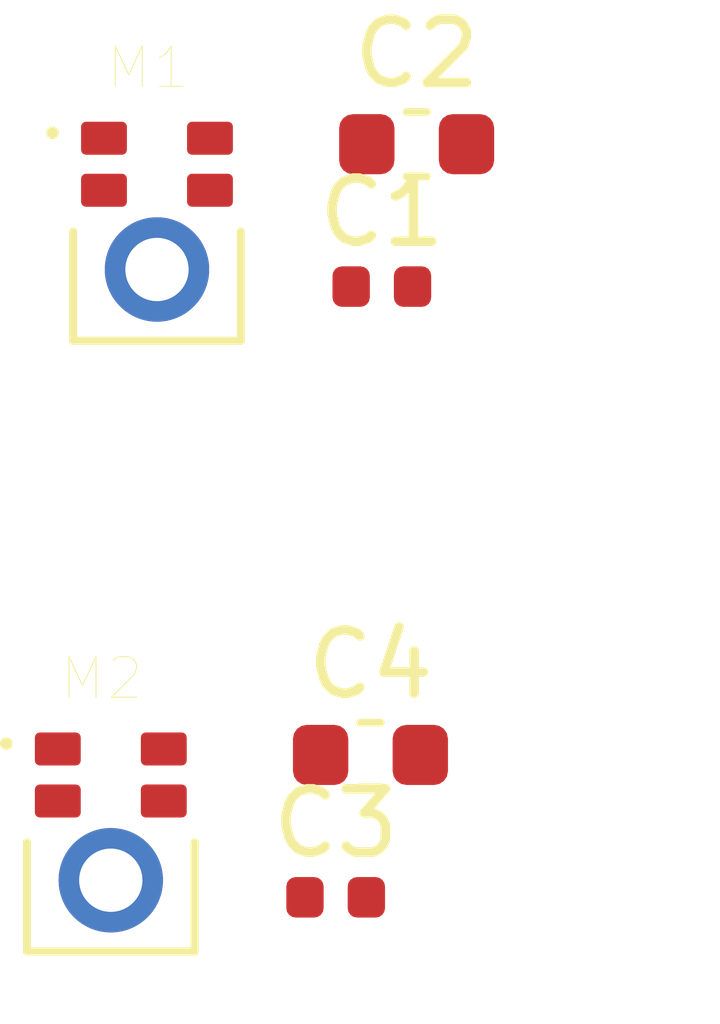
<source format=kicad_pcb>
(kicad_pcb (version 20171130) (host pcbnew 5.1.4+dfsg1-1)

  (general
    (thickness 1.6)
    (drawings 0)
    (tracks 0)
    (zones 0)
    (modules 6)
    (nets 3)
  )

  (page A4)
  (layers
    (0 F.Cu signal)
    (31 B.Cu signal)
    (32 B.Adhes user)
    (33 F.Adhes user)
    (34 B.Paste user)
    (35 F.Paste user)
    (36 B.SilkS user)
    (37 F.SilkS user)
    (38 B.Mask user)
    (39 F.Mask user)
    (40 Dwgs.User user)
    (41 Cmts.User user)
    (42 Eco1.User user)
    (43 Eco2.User user)
    (44 Edge.Cuts user)
    (45 Margin user)
    (46 B.CrtYd user)
    (47 F.CrtYd user)
    (48 B.Fab user)
    (49 F.Fab user)
  )

  (setup
    (last_trace_width 0.25)
    (trace_clearance 0.2)
    (zone_clearance 0.508)
    (zone_45_only no)
    (trace_min 0.2)
    (via_size 0.8)
    (via_drill 0.4)
    (via_min_size 0.4)
    (via_min_drill 0.3)
    (uvia_size 0.3)
    (uvia_drill 0.1)
    (uvias_allowed no)
    (uvia_min_size 0.2)
    (uvia_min_drill 0.1)
    (edge_width 0.05)
    (segment_width 0.2)
    (pcb_text_width 0.3)
    (pcb_text_size 1.5 1.5)
    (mod_edge_width 0.12)
    (mod_text_size 1 1)
    (mod_text_width 0.15)
    (pad_size 1.524 1.524)
    (pad_drill 0.762)
    (pad_to_mask_clearance 0.051)
    (solder_mask_min_width 0.25)
    (aux_axis_origin 0 0)
    (visible_elements FFFFFF7F)
    (pcbplotparams
      (layerselection 0x010fc_ffffffff)
      (usegerberextensions false)
      (usegerberattributes false)
      (usegerberadvancedattributes false)
      (creategerberjobfile false)
      (excludeedgelayer true)
      (linewidth 0.100000)
      (plotframeref false)
      (viasonmask false)
      (mode 1)
      (useauxorigin false)
      (hpglpennumber 1)
      (hpglpenspeed 20)
      (hpglpendiameter 15.000000)
      (psnegative false)
      (psa4output false)
      (plotreference true)
      (plotvalue true)
      (plotinvisibletext false)
      (padsonsilk false)
      (subtractmaskfromsilk false)
      (outputformat 1)
      (mirror false)
      (drillshape 1)
      (scaleselection 1)
      (outputdirectory ""))
  )

  (net 0 "")
  (net 1 GND)
  (net 2 VDD)

  (net_class Default "This is the default net class."
    (clearance 0.2)
    (trace_width 0.25)
    (via_dia 0.8)
    (via_drill 0.4)
    (uvia_dia 0.3)
    (uvia_drill 0.1)
    (add_net GND)
    (add_net "Net-(M1-Pad1)")
    (add_net "Net-(M1-Pad2)")
    (add_net "Net-(M1-Pad4)")
    (add_net "Net-(M2-Pad1)")
    (add_net "Net-(M2-Pad2)")
    (add_net "Net-(M2-Pad4)")
    (add_net VDD)
  )

  (module mics:MIC_SPH0641LU4H-1 (layer F.Cu) (tedit 5E67A8B4) (tstamp 5E8EA39D)
    (at 97.536 105.48)
    (path /5E8EDF70)
    (fp_text reference M2 (at -0.14204 -3.18811) (layer F.SilkS)
      (effects (font (size 0.64 0.64) (thickness 0.015)))
    )
    (fp_text value SPH0641LU4H-1 (at 4.83548 1.73759) (layer F.Fab)
      (effects (font (size 0.64 0.64) (thickness 0.015)))
    )
    (fp_poly (pts (xy 0.53 -0.375) (xy 0.435 -0.28) (xy 0.46 -0.23) (xy 0.485 -0.175)
      (xy 0.5 -0.12) (xy 0.51 -0.06) (xy 0.513603 0) (xy 0.5 0.12)
      (xy 0.461537 0.224609) (xy 0.426172 0.282666) (xy 0.525 0.385) (xy 0.64 0.5)
      (xy 0.7 0.41) (xy 0.75 0.31) (xy 0.78 0.23) (xy 0.8 0.14)
      (xy 0.81 0) (xy 0.796203 -0.160191) (xy 0.75 -0.31) (xy 0.7 -0.415)
      (xy 0.645309 -0.489766)) (layer F.Paste) (width 0.001))
    (fp_poly (pts (xy 0.385 0.53) (xy 0.28 0.425) (xy 0.23 0.46) (xy 0.12 0.5)
      (xy 0 0.513603) (xy -0.12 0.5) (xy -0.224609 0.461537) (xy -0.282666 0.421172)
      (xy -0.38 0.52) (xy -0.5 0.64) (xy -0.405 0.705) (xy -0.31 0.75)
      (xy -0.23 0.78) (xy -0.14 0.8) (xy -0.06 0.81) (xy 0 0.81)
      (xy 0.065 0.81) (xy 0.160191 0.796203) (xy 0.235 0.78) (xy 0.31 0.75)
      (xy 0.405 0.705) (xy 0.499766 0.640309)) (layer F.Paste) (width 0.001))
    (fp_poly (pts (xy -0.53 0.38) (xy -0.425 0.28) (xy -0.46 0.23) (xy -0.5 0.12)
      (xy -0.513603 0) (xy -0.5 -0.12) (xy -0.461537 -0.224609) (xy -0.426172 -0.287666)
      (xy -0.525 -0.385) (xy -0.64 -0.5) (xy -0.705 -0.405) (xy -0.75 -0.31)
      (xy -0.78 -0.22) (xy -0.8 -0.14) (xy -0.81 0) (xy -0.796203 0.160191)
      (xy -0.75 0.31) (xy -0.69 0.425) (xy -0.645309 0.494766)) (layer F.Paste) (width 0.001))
    (fp_poly (pts (xy -0.385 -0.53) (xy -0.285 -0.43) (xy -0.23 -0.465) (xy -0.12 -0.505)
      (xy -0.12 -0.51) (xy -0.11 -0.505) (xy -0.005 -0.52) (xy 0.005 -0.523603)
      (xy 0.005 -0.52) (xy 0.125 -0.505) (xy 0.224609 -0.461537) (xy 0.292666 -0.426172)
      (xy 0.39 -0.525) (xy 0.505 -0.635) (xy 0.41 -0.7) (xy 0.31 -0.75)
      (xy 0.22 -0.78) (xy 0.14 -0.8) (xy 0 -0.81) (xy -0.160191 -0.796203)
      (xy -0.31 -0.75) (xy -0.4 -0.705) (xy -0.499766 -0.640309)) (layer F.Paste) (width 0.001))
    (fp_circle (center -1.651 -2.159) (end -1.601 -2.159) (layer F.Fab) (width 0.1))
    (fp_line (start -1.575 1.29) (end -1.575 -2.71) (layer F.CrtYd) (width 0.05))
    (fp_line (start 1.575 1.29) (end -1.575 1.29) (layer F.CrtYd) (width 0.05))
    (fp_line (start 1.575 -2.71) (end 1.575 1.29) (layer F.CrtYd) (width 0.05))
    (fp_line (start -1.575 -2.71) (end 1.575 -2.71) (layer F.CrtYd) (width 0.05))
    (fp_circle (center -1.651 -2.159) (end -1.601 -2.159) (layer F.SilkS) (width 0.1))
    (fp_line (start -1.325 1.04) (end -1.325 -2.46) (layer F.Fab) (width 0.127))
    (fp_line (start 1.325 1.04) (end -1.325 1.04) (layer F.Fab) (width 0.127))
    (fp_line (start 1.325 -2.46) (end 1.325 1.04) (layer F.Fab) (width 0.127))
    (fp_line (start -1.325 -2.46) (end 1.325 -2.46) (layer F.Fab) (width 0.127))
    (fp_line (start -1.325 1.126) (end -1.325 -0.6) (layer F.SilkS) (width 0.127))
    (fp_line (start 1.325 1.126) (end -1.325 1.126) (layer F.SilkS) (width 0.127))
    (fp_line (start 1.325 -0.6) (end 1.325 1.126) (layer F.SilkS) (width 0.127))
    (pad 3 thru_hole circle (at 0 0) (size 1.65 1.65) (drill 1) (layers *.Mask F.Cu)
      (net 1 GND))
    (pad 4 smd roundrect (at 0.8375 -1.252) (size 0.725 0.522) (layers F.Cu F.Paste F.Mask) (roundrect_rratio 0.15)
      (solder_mask_margin 0.01) (solder_paste_margin -0.01) (clearance 0.15))
    (pad 5 smd roundrect (at 0.8375 -2.074) (size 0.725 0.522) (layers F.Cu F.Paste F.Mask) (roundrect_rratio 0.15)
      (net 2 VDD) (solder_mask_margin 0.01) (solder_paste_margin -0.01) (clearance 0.15))
    (pad 2 smd roundrect (at -0.8375 -1.252) (size 0.725 0.522) (layers F.Cu F.Paste F.Mask) (roundrect_rratio 0.15)
      (solder_mask_margin 0.01) (solder_paste_margin -0.01) (clearance 0.15))
    (pad 1 smd roundrect (at -0.8375 -2.074) (size 0.725 0.522) (layers F.Cu F.Paste F.Mask) (roundrect_rratio 0.15)
      (solder_mask_margin 0.01) (solder_paste_margin 0.01) (clearance 0.15))
  )

  (module Capacitor_SMD:C_0603_1608Metric (layer F.Cu) (tedit 5B301BBE) (tstamp 5E8EA351)
    (at 101.64 103.5)
    (descr "Capacitor SMD 0603 (1608 Metric), square (rectangular) end terminal, IPC_7351 nominal, (Body size source: http://www.tortai-tech.com/upload/download/2011102023233369053.pdf), generated with kicad-footprint-generator")
    (tags capacitor)
    (path /5E8EDF7A)
    (attr smd)
    (fp_text reference C4 (at 0 -1.43) (layer F.SilkS)
      (effects (font (size 1 1) (thickness 0.15)))
    )
    (fp_text value 10uF (at 0 1.43) (layer F.Fab)
      (effects (font (size 1 1) (thickness 0.15)))
    )
    (fp_text user %R (at 0 0) (layer F.Fab)
      (effects (font (size 0.4 0.4) (thickness 0.06)))
    )
    (fp_line (start 1.48 0.73) (end -1.48 0.73) (layer F.CrtYd) (width 0.05))
    (fp_line (start 1.48 -0.73) (end 1.48 0.73) (layer F.CrtYd) (width 0.05))
    (fp_line (start -1.48 -0.73) (end 1.48 -0.73) (layer F.CrtYd) (width 0.05))
    (fp_line (start -1.48 0.73) (end -1.48 -0.73) (layer F.CrtYd) (width 0.05))
    (fp_line (start -0.162779 0.51) (end 0.162779 0.51) (layer F.SilkS) (width 0.12))
    (fp_line (start -0.162779 -0.51) (end 0.162779 -0.51) (layer F.SilkS) (width 0.12))
    (fp_line (start 0.8 0.4) (end -0.8 0.4) (layer F.Fab) (width 0.1))
    (fp_line (start 0.8 -0.4) (end 0.8 0.4) (layer F.Fab) (width 0.1))
    (fp_line (start -0.8 -0.4) (end 0.8 -0.4) (layer F.Fab) (width 0.1))
    (fp_line (start -0.8 0.4) (end -0.8 -0.4) (layer F.Fab) (width 0.1))
    (pad 2 smd roundrect (at 0.7875 0) (size 0.875 0.95) (layers F.Cu F.Paste F.Mask) (roundrect_rratio 0.25)
      (net 1 GND))
    (pad 1 smd roundrect (at -0.7875 0) (size 0.875 0.95) (layers F.Cu F.Paste F.Mask) (roundrect_rratio 0.25)
      (net 2 VDD))
    (model ${KISYS3DMOD}/Capacitor_SMD.3dshapes/C_0603_1608Metric.wrl
      (at (xyz 0 0 0))
      (scale (xyz 1 1 1))
      (rotate (xyz 0 0 0))
    )
  )

  (module Capacitor_SMD:C_0402_1005Metric (layer F.Cu) (tedit 5B301BBE) (tstamp 5E8EA340)
    (at 101.09 105.75)
    (descr "Capacitor SMD 0402 (1005 Metric), square (rectangular) end terminal, IPC_7351 nominal, (Body size source: http://www.tortai-tech.com/upload/download/2011102023233369053.pdf), generated with kicad-footprint-generator")
    (tags capacitor)
    (path /5E8EDF84)
    (attr smd)
    (fp_text reference C3 (at 0 -1.17) (layer F.SilkS)
      (effects (font (size 1 1) (thickness 0.15)))
    )
    (fp_text value 100nF (at 0 1.17) (layer F.Fab)
      (effects (font (size 1 1) (thickness 0.15)))
    )
    (fp_text user %R (at 0 0) (layer F.Fab)
      (effects (font (size 0.25 0.25) (thickness 0.04)))
    )
    (fp_line (start 0.93 0.47) (end -0.93 0.47) (layer F.CrtYd) (width 0.05))
    (fp_line (start 0.93 -0.47) (end 0.93 0.47) (layer F.CrtYd) (width 0.05))
    (fp_line (start -0.93 -0.47) (end 0.93 -0.47) (layer F.CrtYd) (width 0.05))
    (fp_line (start -0.93 0.47) (end -0.93 -0.47) (layer F.CrtYd) (width 0.05))
    (fp_line (start 0.5 0.25) (end -0.5 0.25) (layer F.Fab) (width 0.1))
    (fp_line (start 0.5 -0.25) (end 0.5 0.25) (layer F.Fab) (width 0.1))
    (fp_line (start -0.5 -0.25) (end 0.5 -0.25) (layer F.Fab) (width 0.1))
    (fp_line (start -0.5 0.25) (end -0.5 -0.25) (layer F.Fab) (width 0.1))
    (pad 2 smd roundrect (at 0.485 0) (size 0.59 0.64) (layers F.Cu F.Paste F.Mask) (roundrect_rratio 0.25)
      (net 1 GND))
    (pad 1 smd roundrect (at -0.485 0) (size 0.59 0.64) (layers F.Cu F.Paste F.Mask) (roundrect_rratio 0.25)
      (net 2 VDD))
    (model ${KISYS3DMOD}/Capacitor_SMD.3dshapes/C_0402_1005Metric.wrl
      (at (xyz 0 0 0))
      (scale (xyz 1 1 1))
      (rotate (xyz 0 0 0))
    )
  )

  (module mics:MIC_SPH0641LU4H-1 (layer F.Cu) (tedit 5E67A8B4) (tstamp 5E8EA219)
    (at 98.266 95.83)
    (path /5E8E98E3)
    (fp_text reference M1 (at -0.14204 -3.18811) (layer F.SilkS)
      (effects (font (size 0.64 0.64) (thickness 0.015)))
    )
    (fp_text value SPH0641LU4H-1 (at 4.83548 1.73759) (layer F.Fab)
      (effects (font (size 0.64 0.64) (thickness 0.015)))
    )
    (fp_poly (pts (xy 0.53 -0.375) (xy 0.435 -0.28) (xy 0.46 -0.23) (xy 0.485 -0.175)
      (xy 0.5 -0.12) (xy 0.51 -0.06) (xy 0.513603 0) (xy 0.5 0.12)
      (xy 0.461537 0.224609) (xy 0.426172 0.282666) (xy 0.525 0.385) (xy 0.64 0.5)
      (xy 0.7 0.41) (xy 0.75 0.31) (xy 0.78 0.23) (xy 0.8 0.14)
      (xy 0.81 0) (xy 0.796203 -0.160191) (xy 0.75 -0.31) (xy 0.7 -0.415)
      (xy 0.645309 -0.489766)) (layer F.Paste) (width 0.001))
    (fp_poly (pts (xy 0.385 0.53) (xy 0.28 0.425) (xy 0.23 0.46) (xy 0.12 0.5)
      (xy 0 0.513603) (xy -0.12 0.5) (xy -0.224609 0.461537) (xy -0.282666 0.421172)
      (xy -0.38 0.52) (xy -0.5 0.64) (xy -0.405 0.705) (xy -0.31 0.75)
      (xy -0.23 0.78) (xy -0.14 0.8) (xy -0.06 0.81) (xy 0 0.81)
      (xy 0.065 0.81) (xy 0.160191 0.796203) (xy 0.235 0.78) (xy 0.31 0.75)
      (xy 0.405 0.705) (xy 0.499766 0.640309)) (layer F.Paste) (width 0.001))
    (fp_poly (pts (xy -0.53 0.38) (xy -0.425 0.28) (xy -0.46 0.23) (xy -0.5 0.12)
      (xy -0.513603 0) (xy -0.5 -0.12) (xy -0.461537 -0.224609) (xy -0.426172 -0.287666)
      (xy -0.525 -0.385) (xy -0.64 -0.5) (xy -0.705 -0.405) (xy -0.75 -0.31)
      (xy -0.78 -0.22) (xy -0.8 -0.14) (xy -0.81 0) (xy -0.796203 0.160191)
      (xy -0.75 0.31) (xy -0.69 0.425) (xy -0.645309 0.494766)) (layer F.Paste) (width 0.001))
    (fp_poly (pts (xy -0.385 -0.53) (xy -0.285 -0.43) (xy -0.23 -0.465) (xy -0.12 -0.505)
      (xy -0.12 -0.51) (xy -0.11 -0.505) (xy -0.005 -0.52) (xy 0.005 -0.523603)
      (xy 0.005 -0.52) (xy 0.125 -0.505) (xy 0.224609 -0.461537) (xy 0.292666 -0.426172)
      (xy 0.39 -0.525) (xy 0.505 -0.635) (xy 0.41 -0.7) (xy 0.31 -0.75)
      (xy 0.22 -0.78) (xy 0.14 -0.8) (xy 0 -0.81) (xy -0.160191 -0.796203)
      (xy -0.31 -0.75) (xy -0.4 -0.705) (xy -0.499766 -0.640309)) (layer F.Paste) (width 0.001))
    (fp_circle (center -1.651 -2.159) (end -1.601 -2.159) (layer F.Fab) (width 0.1))
    (fp_line (start -1.575 1.29) (end -1.575 -2.71) (layer F.CrtYd) (width 0.05))
    (fp_line (start 1.575 1.29) (end -1.575 1.29) (layer F.CrtYd) (width 0.05))
    (fp_line (start 1.575 -2.71) (end 1.575 1.29) (layer F.CrtYd) (width 0.05))
    (fp_line (start -1.575 -2.71) (end 1.575 -2.71) (layer F.CrtYd) (width 0.05))
    (fp_circle (center -1.651 -2.159) (end -1.601 -2.159) (layer F.SilkS) (width 0.1))
    (fp_line (start -1.325 1.04) (end -1.325 -2.46) (layer F.Fab) (width 0.127))
    (fp_line (start 1.325 1.04) (end -1.325 1.04) (layer F.Fab) (width 0.127))
    (fp_line (start 1.325 -2.46) (end 1.325 1.04) (layer F.Fab) (width 0.127))
    (fp_line (start -1.325 -2.46) (end 1.325 -2.46) (layer F.Fab) (width 0.127))
    (fp_line (start -1.325 1.126) (end -1.325 -0.6) (layer F.SilkS) (width 0.127))
    (fp_line (start 1.325 1.126) (end -1.325 1.126) (layer F.SilkS) (width 0.127))
    (fp_line (start 1.325 -0.6) (end 1.325 1.126) (layer F.SilkS) (width 0.127))
    (pad 3 thru_hole circle (at 0 0) (size 1.65 1.65) (drill 1) (layers *.Mask F.Cu)
      (net 1 GND))
    (pad 4 smd roundrect (at 0.8375 -1.252) (size 0.725 0.522) (layers F.Cu F.Paste F.Mask) (roundrect_rratio 0.15)
      (solder_mask_margin 0.01) (solder_paste_margin -0.01) (clearance 0.15))
    (pad 5 smd roundrect (at 0.8375 -2.074) (size 0.725 0.522) (layers F.Cu F.Paste F.Mask) (roundrect_rratio 0.15)
      (net 2 VDD) (solder_mask_margin 0.01) (solder_paste_margin -0.01) (clearance 0.15))
    (pad 2 smd roundrect (at -0.8375 -1.252) (size 0.725 0.522) (layers F.Cu F.Paste F.Mask) (roundrect_rratio 0.15)
      (solder_mask_margin 0.01) (solder_paste_margin -0.01) (clearance 0.15))
    (pad 1 smd roundrect (at -0.8375 -2.074) (size 0.725 0.522) (layers F.Cu F.Paste F.Mask) (roundrect_rratio 0.15)
      (solder_mask_margin 0.01) (solder_paste_margin 0.01) (clearance 0.15))
  )

  (module Capacitor_SMD:C_0603_1608Metric (layer F.Cu) (tedit 5B301BBE) (tstamp 5E8EA1FF)
    (at 102.37 93.85)
    (descr "Capacitor SMD 0603 (1608 Metric), square (rectangular) end terminal, IPC_7351 nominal, (Body size source: http://www.tortai-tech.com/upload/download/2011102023233369053.pdf), generated with kicad-footprint-generator")
    (tags capacitor)
    (path /5E8E9FE5)
    (attr smd)
    (fp_text reference C2 (at 0 -1.43) (layer F.SilkS)
      (effects (font (size 1 1) (thickness 0.15)))
    )
    (fp_text value 10uF (at 0 1.43) (layer F.Fab)
      (effects (font (size 1 1) (thickness 0.15)))
    )
    (fp_text user %R (at 0 0) (layer F.Fab)
      (effects (font (size 0.4 0.4) (thickness 0.06)))
    )
    (fp_line (start 1.48 0.73) (end -1.48 0.73) (layer F.CrtYd) (width 0.05))
    (fp_line (start 1.48 -0.73) (end 1.48 0.73) (layer F.CrtYd) (width 0.05))
    (fp_line (start -1.48 -0.73) (end 1.48 -0.73) (layer F.CrtYd) (width 0.05))
    (fp_line (start -1.48 0.73) (end -1.48 -0.73) (layer F.CrtYd) (width 0.05))
    (fp_line (start -0.162779 0.51) (end 0.162779 0.51) (layer F.SilkS) (width 0.12))
    (fp_line (start -0.162779 -0.51) (end 0.162779 -0.51) (layer F.SilkS) (width 0.12))
    (fp_line (start 0.8 0.4) (end -0.8 0.4) (layer F.Fab) (width 0.1))
    (fp_line (start 0.8 -0.4) (end 0.8 0.4) (layer F.Fab) (width 0.1))
    (fp_line (start -0.8 -0.4) (end 0.8 -0.4) (layer F.Fab) (width 0.1))
    (fp_line (start -0.8 0.4) (end -0.8 -0.4) (layer F.Fab) (width 0.1))
    (pad 2 smd roundrect (at 0.7875 0) (size 0.875 0.95) (layers F.Cu F.Paste F.Mask) (roundrect_rratio 0.25)
      (net 1 GND))
    (pad 1 smd roundrect (at -0.7875 0) (size 0.875 0.95) (layers F.Cu F.Paste F.Mask) (roundrect_rratio 0.25)
      (net 2 VDD))
    (model ${KISYS3DMOD}/Capacitor_SMD.3dshapes/C_0603_1608Metric.wrl
      (at (xyz 0 0 0))
      (scale (xyz 1 1 1))
      (rotate (xyz 0 0 0))
    )
  )

  (module Capacitor_SMD:C_0402_1005Metric (layer F.Cu) (tedit 5B301BBE) (tstamp 5E8EA1EE)
    (at 101.82 96.1)
    (descr "Capacitor SMD 0402 (1005 Metric), square (rectangular) end terminal, IPC_7351 nominal, (Body size source: http://www.tortai-tech.com/upload/download/2011102023233369053.pdf), generated with kicad-footprint-generator")
    (tags capacitor)
    (path /5E8EA26A)
    (attr smd)
    (fp_text reference C1 (at 0 -1.17) (layer F.SilkS)
      (effects (font (size 1 1) (thickness 0.15)))
    )
    (fp_text value 100nF (at 0 1.17) (layer F.Fab)
      (effects (font (size 1 1) (thickness 0.15)))
    )
    (fp_text user %R (at 0 0) (layer F.Fab)
      (effects (font (size 0.25 0.25) (thickness 0.04)))
    )
    (fp_line (start 0.93 0.47) (end -0.93 0.47) (layer F.CrtYd) (width 0.05))
    (fp_line (start 0.93 -0.47) (end 0.93 0.47) (layer F.CrtYd) (width 0.05))
    (fp_line (start -0.93 -0.47) (end 0.93 -0.47) (layer F.CrtYd) (width 0.05))
    (fp_line (start -0.93 0.47) (end -0.93 -0.47) (layer F.CrtYd) (width 0.05))
    (fp_line (start 0.5 0.25) (end -0.5 0.25) (layer F.Fab) (width 0.1))
    (fp_line (start 0.5 -0.25) (end 0.5 0.25) (layer F.Fab) (width 0.1))
    (fp_line (start -0.5 -0.25) (end 0.5 -0.25) (layer F.Fab) (width 0.1))
    (fp_line (start -0.5 0.25) (end -0.5 -0.25) (layer F.Fab) (width 0.1))
    (pad 2 smd roundrect (at 0.485 0) (size 0.59 0.64) (layers F.Cu F.Paste F.Mask) (roundrect_rratio 0.25)
      (net 1 GND))
    (pad 1 smd roundrect (at -0.485 0) (size 0.59 0.64) (layers F.Cu F.Paste F.Mask) (roundrect_rratio 0.25)
      (net 2 VDD))
    (model ${KISYS3DMOD}/Capacitor_SMD.3dshapes/C_0402_1005Metric.wrl
      (at (xyz 0 0 0))
      (scale (xyz 1 1 1))
      (rotate (xyz 0 0 0))
    )
  )

)

</source>
